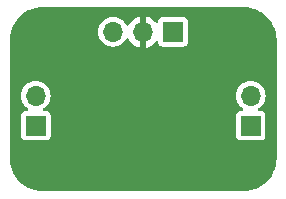
<source format=gbr>
%TF.GenerationSoftware,KiCad,Pcbnew,7.0.11*%
%TF.CreationDate,2024-08-15T23:16:24-03:00*%
%TF.ProjectId,tension-multiplier,74656e73-696f-46e2-9d6d-756c7469706c,0.1*%
%TF.SameCoordinates,Original*%
%TF.FileFunction,Copper,L2,Bot*%
%TF.FilePolarity,Positive*%
%FSLAX46Y46*%
G04 Gerber Fmt 4.6, Leading zero omitted, Abs format (unit mm)*
G04 Created by KiCad (PCBNEW 7.0.11) date 2024-08-15 23:16:24*
%MOMM*%
%LPD*%
G01*
G04 APERTURE LIST*
%TA.AperFunction,ComponentPad*%
%ADD10R,1.700000X1.700000*%
%TD*%
%TA.AperFunction,ComponentPad*%
%ADD11O,1.700000X1.700000*%
%TD*%
%TA.AperFunction,ViaPad*%
%ADD12C,0.800000*%
%TD*%
%TA.AperFunction,Conductor*%
%ADD13C,0.500000*%
%TD*%
G04 APERTURE END LIST*
D10*
%TO.P,J1,1,Pin_1*%
%TO.N,Net-(J1-Pin_1)*%
X152025000Y-82300000D03*
D11*
%TO.P,J1,2,Pin_2*%
%TO.N,GND*%
X149485000Y-82300000D03*
%TO.P,J1,3,Pin_3*%
%TO.N,Net-(J1-Pin_3)*%
X146945000Y-82300000D03*
%TD*%
D10*
%TO.P,J3,1,Pin_1*%
%TO.N,Net-(J3-Pin_1)*%
X140400000Y-90240000D03*
D11*
%TO.P,J3,2,Pin_2*%
%TO.N,-9V*%
X140400000Y-87700000D03*
%TD*%
D10*
%TO.P,J2,1,Pin_1*%
%TO.N,Net-(J2-Pin_1)*%
X158600000Y-90240000D03*
D11*
%TO.P,J2,2,Pin_2*%
%TO.N,+9V*%
X158600000Y-87700000D03*
%TD*%
D12*
%TO.N,GND*%
X144250000Y-85630000D03*
X153610000Y-92000000D03*
X139990000Y-82230000D03*
X158930000Y-81810000D03*
X141080000Y-94720000D03*
X157680000Y-94760000D03*
X155760000Y-85590000D03*
X146550000Y-91930000D03*
%TD*%
D13*
%TO.N,GND*%
X149700000Y-82115000D02*
X149485000Y-81900000D01*
%TD*%
%TA.AperFunction,Conductor*%
%TO.N,GND*%
G36*
X158003472Y-80200695D02*
G01*
X158306503Y-80217713D01*
X158320301Y-80219267D01*
X158616080Y-80269522D01*
X158629636Y-80272616D01*
X158917927Y-80355672D01*
X158931051Y-80360265D01*
X159208222Y-80475072D01*
X159220744Y-80481101D01*
X159423184Y-80592986D01*
X159483328Y-80626227D01*
X159495102Y-80633625D01*
X159739789Y-80807239D01*
X159750657Y-80815907D01*
X159974352Y-81015815D01*
X159984184Y-81025647D01*
X160184092Y-81249342D01*
X160192763Y-81260214D01*
X160366374Y-81504897D01*
X160373772Y-81516671D01*
X160518894Y-81779248D01*
X160524927Y-81791777D01*
X160639734Y-82068948D01*
X160644327Y-82082072D01*
X160727383Y-82370363D01*
X160730477Y-82383920D01*
X160780730Y-82679688D01*
X160782287Y-82693506D01*
X160799305Y-82996527D01*
X160799500Y-83003480D01*
X160799500Y-92996519D01*
X160799305Y-93003472D01*
X160782287Y-93306493D01*
X160780730Y-93320311D01*
X160730477Y-93616079D01*
X160727383Y-93629636D01*
X160644327Y-93917927D01*
X160639734Y-93931051D01*
X160524927Y-94208222D01*
X160518894Y-94220751D01*
X160373772Y-94483328D01*
X160366374Y-94495102D01*
X160192763Y-94739785D01*
X160184092Y-94750657D01*
X159984184Y-94974352D01*
X159974352Y-94984184D01*
X159750657Y-95184092D01*
X159739785Y-95192763D01*
X159495102Y-95366374D01*
X159483328Y-95373772D01*
X159220751Y-95518894D01*
X159208222Y-95524927D01*
X158931051Y-95639734D01*
X158917927Y-95644327D01*
X158629636Y-95727383D01*
X158616079Y-95730477D01*
X158320311Y-95780730D01*
X158306493Y-95782287D01*
X158003472Y-95799305D01*
X157996519Y-95799500D01*
X141003481Y-95799500D01*
X140996528Y-95799305D01*
X140693506Y-95782287D01*
X140679688Y-95780730D01*
X140383920Y-95730477D01*
X140370363Y-95727383D01*
X140082072Y-95644327D01*
X140068948Y-95639734D01*
X139791777Y-95524927D01*
X139779248Y-95518894D01*
X139516671Y-95373772D01*
X139504897Y-95366374D01*
X139260214Y-95192763D01*
X139249342Y-95184092D01*
X139025647Y-94984184D01*
X139015815Y-94974352D01*
X138815907Y-94750657D01*
X138807236Y-94739785D01*
X138633625Y-94495102D01*
X138626227Y-94483328D01*
X138481105Y-94220751D01*
X138475072Y-94208222D01*
X138360265Y-93931051D01*
X138355672Y-93917927D01*
X138272616Y-93629636D01*
X138269522Y-93616079D01*
X138250030Y-93501356D01*
X138219267Y-93320301D01*
X138217713Y-93306503D01*
X138200695Y-93003472D01*
X138200500Y-92996519D01*
X138200500Y-87700002D01*
X139144723Y-87700002D01*
X139163793Y-87917975D01*
X139163793Y-87917979D01*
X139220422Y-88129322D01*
X139220424Y-88129326D01*
X139220425Y-88129330D01*
X139266661Y-88228484D01*
X139312897Y-88327638D01*
X139312898Y-88327639D01*
X139438402Y-88506877D01*
X139593123Y-88661598D01*
X139739263Y-88763926D01*
X139782887Y-88818502D01*
X139790081Y-88888000D01*
X139758558Y-88950355D01*
X139698328Y-88985769D01*
X139668140Y-88989500D01*
X139518482Y-88989500D01*
X139437519Y-89002323D01*
X139424696Y-89004354D01*
X139311658Y-89061950D01*
X139311657Y-89061951D01*
X139311652Y-89061954D01*
X139221954Y-89151652D01*
X139221951Y-89151657D01*
X139164352Y-89264698D01*
X139149500Y-89358475D01*
X139149500Y-91121517D01*
X139160292Y-91189657D01*
X139164354Y-91215304D01*
X139221950Y-91328342D01*
X139221952Y-91328344D01*
X139221954Y-91328347D01*
X139311652Y-91418045D01*
X139311654Y-91418046D01*
X139311658Y-91418050D01*
X139424694Y-91475645D01*
X139424698Y-91475647D01*
X139518475Y-91490499D01*
X139518481Y-91490500D01*
X141281518Y-91490499D01*
X141375304Y-91475646D01*
X141488342Y-91418050D01*
X141578050Y-91328342D01*
X141635646Y-91215304D01*
X141635646Y-91215302D01*
X141635647Y-91215301D01*
X141650499Y-91121524D01*
X141650500Y-91121519D01*
X141650499Y-89358482D01*
X141635646Y-89264696D01*
X141578050Y-89151658D01*
X141578046Y-89151654D01*
X141578045Y-89151652D01*
X141488347Y-89061954D01*
X141488344Y-89061952D01*
X141488342Y-89061950D01*
X141411517Y-89022805D01*
X141375301Y-89004352D01*
X141281524Y-88989500D01*
X141131862Y-88989500D01*
X141064823Y-88969815D01*
X141019068Y-88917011D01*
X141009124Y-88847853D01*
X141038149Y-88784297D01*
X141060734Y-88763928D01*
X141206877Y-88661598D01*
X141361598Y-88506877D01*
X141487102Y-88327639D01*
X141579575Y-88129330D01*
X141636207Y-87917977D01*
X141655277Y-87700002D01*
X157344723Y-87700002D01*
X157363793Y-87917975D01*
X157363793Y-87917979D01*
X157420422Y-88129322D01*
X157420424Y-88129326D01*
X157420425Y-88129330D01*
X157466661Y-88228484D01*
X157512897Y-88327638D01*
X157512898Y-88327639D01*
X157638402Y-88506877D01*
X157793123Y-88661598D01*
X157939263Y-88763926D01*
X157982887Y-88818502D01*
X157990081Y-88888000D01*
X157958558Y-88950355D01*
X157898328Y-88985769D01*
X157868140Y-88989500D01*
X157718482Y-88989500D01*
X157637519Y-89002323D01*
X157624696Y-89004354D01*
X157511658Y-89061950D01*
X157511657Y-89061951D01*
X157511652Y-89061954D01*
X157421954Y-89151652D01*
X157421951Y-89151657D01*
X157364352Y-89264698D01*
X157349500Y-89358475D01*
X157349500Y-91121517D01*
X157360292Y-91189657D01*
X157364354Y-91215304D01*
X157421950Y-91328342D01*
X157421952Y-91328344D01*
X157421954Y-91328347D01*
X157511652Y-91418045D01*
X157511654Y-91418046D01*
X157511658Y-91418050D01*
X157624694Y-91475645D01*
X157624698Y-91475647D01*
X157718475Y-91490499D01*
X157718481Y-91490500D01*
X159481518Y-91490499D01*
X159575304Y-91475646D01*
X159688342Y-91418050D01*
X159778050Y-91328342D01*
X159835646Y-91215304D01*
X159835646Y-91215302D01*
X159835647Y-91215301D01*
X159850499Y-91121524D01*
X159850500Y-91121519D01*
X159850499Y-89358482D01*
X159835646Y-89264696D01*
X159778050Y-89151658D01*
X159778046Y-89151654D01*
X159778045Y-89151652D01*
X159688347Y-89061954D01*
X159688344Y-89061952D01*
X159688342Y-89061950D01*
X159611517Y-89022805D01*
X159575301Y-89004352D01*
X159481524Y-88989500D01*
X159331862Y-88989500D01*
X159264823Y-88969815D01*
X159219068Y-88917011D01*
X159209124Y-88847853D01*
X159238149Y-88784297D01*
X159260734Y-88763928D01*
X159406877Y-88661598D01*
X159561598Y-88506877D01*
X159687102Y-88327639D01*
X159779575Y-88129330D01*
X159836207Y-87917977D01*
X159855277Y-87700000D01*
X159836207Y-87482023D01*
X159779575Y-87270670D01*
X159687102Y-87072362D01*
X159687100Y-87072359D01*
X159687099Y-87072357D01*
X159561599Y-86893124D01*
X159561596Y-86893121D01*
X159406877Y-86738402D01*
X159227639Y-86612898D01*
X159227640Y-86612898D01*
X159227638Y-86612897D01*
X159128484Y-86566661D01*
X159029330Y-86520425D01*
X159029326Y-86520424D01*
X159029322Y-86520422D01*
X158817977Y-86463793D01*
X158600002Y-86444723D01*
X158599998Y-86444723D01*
X158454682Y-86457436D01*
X158382023Y-86463793D01*
X158382020Y-86463793D01*
X158170677Y-86520422D01*
X158170668Y-86520426D01*
X157972361Y-86612898D01*
X157972357Y-86612900D01*
X157793121Y-86738402D01*
X157638402Y-86893121D01*
X157512900Y-87072357D01*
X157512898Y-87072361D01*
X157420426Y-87270668D01*
X157420422Y-87270677D01*
X157363793Y-87482020D01*
X157363793Y-87482024D01*
X157344723Y-87699997D01*
X157344723Y-87700002D01*
X141655277Y-87700002D01*
X141655277Y-87700000D01*
X141636207Y-87482023D01*
X141579575Y-87270670D01*
X141487102Y-87072362D01*
X141487100Y-87072359D01*
X141487099Y-87072357D01*
X141361599Y-86893124D01*
X141361596Y-86893121D01*
X141206877Y-86738402D01*
X141027639Y-86612898D01*
X141027640Y-86612898D01*
X141027638Y-86612897D01*
X140928484Y-86566661D01*
X140829330Y-86520425D01*
X140829326Y-86520424D01*
X140829322Y-86520422D01*
X140617977Y-86463793D01*
X140400002Y-86444723D01*
X140399998Y-86444723D01*
X140254682Y-86457436D01*
X140182023Y-86463793D01*
X140182020Y-86463793D01*
X139970677Y-86520422D01*
X139970668Y-86520426D01*
X139772361Y-86612898D01*
X139772357Y-86612900D01*
X139593121Y-86738402D01*
X139438402Y-86893121D01*
X139312900Y-87072357D01*
X139312898Y-87072361D01*
X139220426Y-87270668D01*
X139220422Y-87270677D01*
X139163793Y-87482020D01*
X139163793Y-87482024D01*
X139144723Y-87699997D01*
X139144723Y-87700002D01*
X138200500Y-87700002D01*
X138200500Y-83003480D01*
X138200695Y-82996527D01*
X138206445Y-82894134D01*
X138217713Y-82693494D01*
X138219267Y-82679700D01*
X138269523Y-82383915D01*
X138272616Y-82370363D01*
X138292888Y-82300000D01*
X145689723Y-82300000D01*
X145708081Y-82509844D01*
X145708793Y-82517975D01*
X145708793Y-82517979D01*
X145765422Y-82729322D01*
X145765424Y-82729326D01*
X145765425Y-82729330D01*
X145791235Y-82784680D01*
X145857897Y-82927638D01*
X145882998Y-82963486D01*
X145983402Y-83106877D01*
X146138123Y-83261598D01*
X146317361Y-83387102D01*
X146515670Y-83479575D01*
X146727023Y-83536207D01*
X146909926Y-83552208D01*
X146944998Y-83555277D01*
X146945000Y-83555277D01*
X146945002Y-83555277D01*
X146973254Y-83552805D01*
X147162977Y-83536207D01*
X147374330Y-83479575D01*
X147572639Y-83387102D01*
X147751877Y-83261598D01*
X147906598Y-83106877D01*
X148032102Y-82927639D01*
X148047726Y-82894132D01*
X148093896Y-82841695D01*
X148161090Y-82822543D01*
X148227971Y-82842758D01*
X148272489Y-82894134D01*
X148311399Y-82977578D01*
X148446894Y-83171082D01*
X148613917Y-83338105D01*
X148807421Y-83473600D01*
X149021507Y-83573429D01*
X149021516Y-83573433D01*
X149235000Y-83630634D01*
X149235000Y-82735501D01*
X149342685Y-82784680D01*
X149449237Y-82800000D01*
X149520763Y-82800000D01*
X149627315Y-82784680D01*
X149735000Y-82735501D01*
X149735000Y-83630633D01*
X149948483Y-83573433D01*
X149948492Y-83573429D01*
X150162578Y-83473600D01*
X150356082Y-83338105D01*
X150523108Y-83171079D01*
X150550741Y-83131616D01*
X150605318Y-83087991D01*
X150674816Y-83080797D01*
X150737171Y-83112320D01*
X150772585Y-83172550D01*
X150774789Y-83183339D01*
X150789354Y-83275304D01*
X150846950Y-83388342D01*
X150846952Y-83388344D01*
X150846954Y-83388347D01*
X150936652Y-83478045D01*
X150936654Y-83478046D01*
X150936658Y-83478050D01*
X151049694Y-83535645D01*
X151049698Y-83535647D01*
X151143475Y-83550499D01*
X151143481Y-83550500D01*
X152906518Y-83550499D01*
X153000304Y-83535646D01*
X153113342Y-83478050D01*
X153203050Y-83388342D01*
X153260646Y-83275304D01*
X153260646Y-83275302D01*
X153260647Y-83275301D01*
X153275499Y-83181524D01*
X153275500Y-83181519D01*
X153275499Y-81418482D01*
X153260646Y-81324696D01*
X153203050Y-81211658D01*
X153203046Y-81211654D01*
X153203045Y-81211652D01*
X153113347Y-81121954D01*
X153113344Y-81121952D01*
X153113342Y-81121950D01*
X153036517Y-81082805D01*
X153000301Y-81064352D01*
X152906524Y-81049500D01*
X151143482Y-81049500D01*
X151062519Y-81062323D01*
X151049696Y-81064354D01*
X150936658Y-81121950D01*
X150936657Y-81121951D01*
X150936652Y-81121954D01*
X150846954Y-81211652D01*
X150846951Y-81211657D01*
X150846950Y-81211658D01*
X150827751Y-81249337D01*
X150789352Y-81324698D01*
X150789352Y-81324699D01*
X150774788Y-81416656D01*
X150744859Y-81479791D01*
X150685547Y-81516722D01*
X150615684Y-81515724D01*
X150557452Y-81477114D01*
X150550740Y-81468382D01*
X150523109Y-81428922D01*
X150523108Y-81428920D01*
X150356082Y-81261894D01*
X150162578Y-81126399D01*
X149948492Y-81026570D01*
X149948486Y-81026567D01*
X149735000Y-80969364D01*
X149735000Y-81864498D01*
X149627315Y-81815320D01*
X149520763Y-81800000D01*
X149449237Y-81800000D01*
X149342685Y-81815320D01*
X149235000Y-81864498D01*
X149235000Y-80969364D01*
X149234999Y-80969364D01*
X149021513Y-81026567D01*
X149021507Y-81026570D01*
X148807422Y-81126399D01*
X148807420Y-81126400D01*
X148613926Y-81261886D01*
X148613920Y-81261891D01*
X148446891Y-81428920D01*
X148446886Y-81428926D01*
X148311400Y-81622420D01*
X148311399Y-81622422D01*
X148272489Y-81705866D01*
X148226317Y-81758305D01*
X148159123Y-81777457D01*
X148092242Y-81757241D01*
X148047725Y-81705866D01*
X148032102Y-81672362D01*
X148032100Y-81672359D01*
X148032099Y-81672357D01*
X147906599Y-81493124D01*
X147830131Y-81416656D01*
X147751877Y-81338402D01*
X147572639Y-81212898D01*
X147572640Y-81212898D01*
X147572638Y-81212897D01*
X147473484Y-81166661D01*
X147374330Y-81120425D01*
X147374326Y-81120424D01*
X147374322Y-81120422D01*
X147162977Y-81063793D01*
X146945002Y-81044723D01*
X146944998Y-81044723D01*
X146799682Y-81057436D01*
X146727023Y-81063793D01*
X146727020Y-81063793D01*
X146515677Y-81120422D01*
X146515670Y-81120424D01*
X146515670Y-81120425D01*
X146512391Y-81121954D01*
X146317361Y-81212898D01*
X146317357Y-81212900D01*
X146138121Y-81338402D01*
X145983402Y-81493121D01*
X145857900Y-81672357D01*
X145857898Y-81672361D01*
X145765426Y-81870668D01*
X145765422Y-81870677D01*
X145708793Y-82082020D01*
X145708793Y-82082023D01*
X145689723Y-82300000D01*
X138292888Y-82300000D01*
X138355673Y-82082068D01*
X138360265Y-82068948D01*
X138401581Y-81969202D01*
X138475075Y-81791768D01*
X138481097Y-81779262D01*
X138626230Y-81516665D01*
X138633625Y-81504897D01*
X138807245Y-81260201D01*
X138815896Y-81249354D01*
X139015816Y-81025645D01*
X139025647Y-81015815D01*
X139249354Y-80815896D01*
X139260201Y-80807245D01*
X139504902Y-80633621D01*
X139516665Y-80626230D01*
X139779262Y-80481097D01*
X139791768Y-80475075D01*
X140068948Y-80360265D01*
X140082068Y-80355673D01*
X140370369Y-80272614D01*
X140383915Y-80269523D01*
X140679700Y-80219267D01*
X140693494Y-80217713D01*
X140996528Y-80200695D01*
X141003481Y-80200500D01*
X141039882Y-80200500D01*
X157960118Y-80200500D01*
X157996519Y-80200500D01*
X158003472Y-80200695D01*
G37*
%TD.AperFunction*%
%TD*%
M02*

</source>
